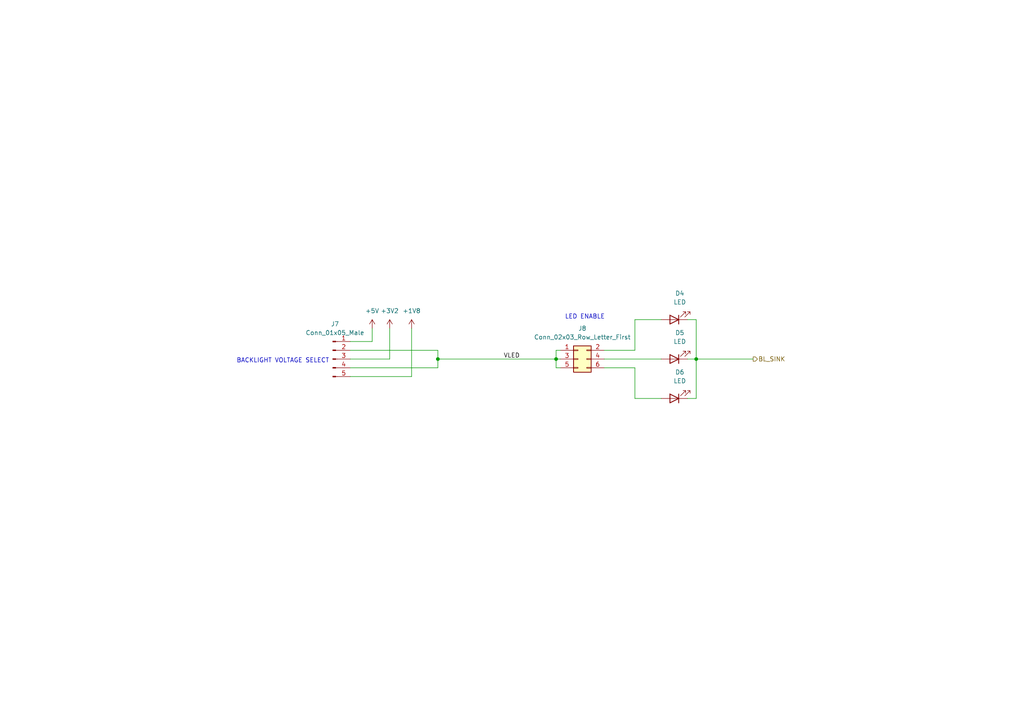
<source format=kicad_sch>
(kicad_sch (version 20211123) (generator eeschema)
  (paper "A4")
  (title_block (title "LCD Backlight") (rev "A") (company "Matthew Mirvish") (comment 1 "MWatch -- a cool smartwatch"))
  (lib_symbols
    (symbol "3v2:+3V2" (power) (pin_names (offset 0))
      (property "Value" "+3V2" (at 0 3.556 0))
      (symbol "+3V2_0_1"
        (polyline (pts (xy -0.762 1.27) (xy 0 2.54)))
        (polyline (pts (xy 0 0) (xy 0 2.54)))
        (polyline (pts (xy 0 2.54) (xy 0.762 1.27)))
      )
      (symbol "+3V2_1_1"
        (pin power_in line (at 0 0 90) (length 0) hide (name "+3V2") (number "1"))
      )
    )
    (symbol "Connector:Conn_01x05_Male" (pin_names (offset 1.016) hide)
      (property "Reference" "J" (at 0 7.62 0))
      (property "Value" "Conn_01x05_Male" (at 0 -7.62 0))
      (symbol "Conn_01x05_Male_1_1"
        (polyline (pts (xy 1.27 -5.08) (xy 0.8636 -5.08)) (stroke (width 0.1524)))
        (polyline (pts (xy 1.27 -2.54) (xy 0.8636 -2.54)) (stroke (width 0.1524)))
        (polyline (pts (xy 1.27 0) (xy 0.8636 0)) (stroke (width 0.1524)))
        (polyline (pts (xy 1.27 2.54) (xy 0.8636 2.54)) (stroke (width 0.1524)))
        (polyline (pts (xy 1.27 5.08) (xy 0.8636 5.08)) (stroke (width 0.1524)))
        (rectangle (start 0.8636 -4.953) (end 0 -5.207) (stroke (width 0.1524)) (fill (type outline)))
        (rectangle (start 0.8636 -2.413) (end 0 -2.667) (stroke (width 0.1524)) (fill (type outline)))
        (rectangle (start 0.8636 0.127) (end 0 -0.127) (stroke (width 0.1524)) (fill (type outline)))
        (rectangle (start 0.8636 2.667) (end 0 2.413) (stroke (width 0.1524)) (fill (type outline)))
        (rectangle (start 0.8636 5.207) (end 0 4.953) (stroke (width 0.1524)) (fill (type outline)))
        (pin passive line (at 5.08 5.08 180) (length 3.81) (name "Pin_1") (number "1"))
        (pin passive line (at 5.08 2.54 180) (length 3.81) (name "Pin_2") (number "2"))
        (pin passive line (at 5.08 0 180) (length 3.81) (name "Pin_3") (number "3"))
        (pin passive line (at 5.08 -2.54 180) (length 3.81) (name "Pin_4") (number "4"))
        (pin passive line (at 5.08 -5.08 180) (length 3.81) (name "Pin_5") (number "5"))
      )
    )
    (symbol "Connector_Generic:Conn_02x03_Odd_Even" (pin_names (offset 1.016) hide)
      (property "Reference" "J" (at 1.27 5.08 0))
      (property "Value" "Conn_02x03_Odd_Even" (at 1.27 -5.08 0))
      (symbol "Conn_02x03_Odd_Even_1_1"
        (rectangle (start -1.27 -2.413) (end 0 -2.667) (stroke (width 0.1524)))
        (rectangle (start -1.27 0.127) (end 0 -0.127) (stroke (width 0.1524)))
        (rectangle (start -1.27 2.667) (end 0 2.413) (stroke (width 0.1524)))
        (rectangle (start -1.27 3.81) (end 3.81 -3.81) (stroke (width 0.254)) (fill (type background)))
        (rectangle (start 3.81 -2.413) (end 2.54 -2.667) (stroke (width 0.1524)))
        (rectangle (start 3.81 0.127) (end 2.54 -0.127) (stroke (width 0.1524)))
        (rectangle (start 3.81 2.667) (end 2.54 2.413) (stroke (width 0.1524)))
        (pin passive line (at -5.08 2.54 0) (length 3.81) (name "Pin_1") (number "1"))
        (pin passive line (at 7.62 2.54 180) (length 3.81) (name "Pin_2") (number "2"))
        (pin passive line (at -5.08 0 0) (length 3.81) (name "Pin_3") (number "3"))
        (pin passive line (at 7.62 0 180) (length 3.81) (name "Pin_4") (number "4"))
        (pin passive line (at -5.08 -2.54 0) (length 3.81) (name "Pin_5") (number "5"))
        (pin passive line (at 7.62 -2.54 180) (length 3.81) (name "Pin_6") (number "6"))
      )
    )
    (symbol "Device:LED" (pin_numbers hide) (pin_names (offset 1.016) hide)
      (property "Reference" "D" (at 0 2.54 0))
      (property "Value" "LED" (at 0 -2.54 0))
      (symbol "LED_0_1"
        (polyline (pts (xy -1.27 -1.27) (xy -1.27 1.27)) (stroke (width 0.254)))
        (polyline (pts (xy -1.27 0) (xy 1.27 0)))
        (polyline (pts (xy 1.27 -1.27) (xy 1.27 1.27) (xy -1.27 0) (xy 1.27 -1.27)) (stroke (width 0.254)))
        (polyline (pts (xy -3.048 -0.762) (xy -4.572 -2.286) (xy -3.81 -2.286) (xy -4.572 -2.286) (xy -4.572 -1.524)))
        (polyline (pts (xy -1.778 -0.762) (xy -3.302 -2.286) (xy -2.54 -2.286) (xy -3.302 -2.286) (xy -3.302 -1.524)))
      )
      (symbol "LED_1_1"
        (pin passive line (at -3.81 0 0) (length 2.54) (name "K") (number "1"))
        (pin passive line (at 3.81 0 180) (length 2.54) (name "A") (number "2"))
      )
    )
    (symbol "power:+1V8" (power) (pin_names (offset 0))
      (property "Value" "+1V8" (at 0 3.556 0))
      (symbol "+1V8_0_1"
        (polyline (pts (xy -0.762 1.27) (xy 0 2.54)))
        (polyline (pts (xy 0 0) (xy 0 2.54)))
        (polyline (pts (xy 0 2.54) (xy 0.762 1.27)))
      )
      (symbol "+1V8_1_1"
        (pin power_in line (at 0 0 90) (length 0) hide (name "+1V8") (number "1"))
      )
    )
    (symbol "power:+5V" (power) (pin_names (offset 0))
      (property "Value" "+5V" (at 0 3.556 0))
      (symbol "+5V_0_1"
        (polyline (pts (xy -0.762 1.27) (xy 0 2.54)))
        (polyline (pts (xy 0 0) (xy 0 2.54)))
        (polyline (pts (xy 0 2.54) (xy 0.762 1.27)))
      )
      (symbol "+5V_1_1"
        (pin power_in line (at 0 0 90) (length 0) hide (name "+5V") (number "1"))
      )
    )
  )
  (junction (at 127 104.14))
  (junction (at 161.29 104.14))
  (junction (at 201.93 104.14))
  (wire (pts (xy 113.03 104.14) (xy 113.03 95.25)))
  (wire (pts (xy 175.26 101.6) (xy 184.15 101.6)))
  (wire (pts (xy 161.29 104.14) (xy 162.56 104.14)))
  (wire (pts (xy 184.15 101.6) (xy 184.15 92.71)))
  (wire (pts (xy 162.56 106.68) (xy 161.29 106.68)))
  (wire (pts (xy 199.39 92.71) (xy 201.93 92.71)))
  (wire (pts (xy 161.29 101.6) (xy 162.56 101.6)))
  (wire (pts (xy 101.6 109.22) (xy 119.38 109.22)))
  (wire (pts (xy 127 104.14) (xy 127 106.68)))
  (wire (pts (xy 175.26 106.68) (xy 184.15 106.68)))
  (wire (pts (xy 201.93 104.14) (xy 218.44 104.14)))
  (wire (pts (xy 184.15 115.57) (xy 191.77 115.57)))
  (wire (pts (xy 101.6 101.6) (xy 127 101.6)))
  (wire (pts (xy 101.6 104.14) (xy 113.03 104.14)))
  (wire (pts (xy 184.15 92.71) (xy 191.77 92.71)))
  (wire (pts (xy 199.39 104.14) (xy 201.93 104.14)))
  (wire (pts (xy 201.93 104.14) (xy 201.93 115.57)))
  (wire (pts (xy 175.26 104.14) (xy 191.77 104.14)))
  (wire (pts (xy 161.29 106.68) (xy 161.29 104.14)))
  (wire (pts (xy 107.95 99.06) (xy 107.95 95.25)))
  (wire (pts (xy 201.93 115.57) (xy 199.39 115.57)))
  (wire (pts (xy 127 101.6) (xy 127 104.14)))
  (wire (pts (xy 184.15 106.68) (xy 184.15 115.57)))
  (wire (pts (xy 119.38 109.22) (xy 119.38 95.25)))
  (wire (pts (xy 201.93 92.71) (xy 201.93 104.14)))
  (wire (pts (xy 127 104.14) (xy 161.29 104.14)))
  (wire (pts (xy 127 106.68) (xy 101.6 106.68)))
  (wire (pts (xy 101.6 99.06) (xy 107.95 99.06)))
  (wire (pts (xy 161.29 104.14) (xy 161.29 101.6)))
  (text "LED ENABLE" (at 163.83 92.71 0) (effects (font (size 1.27 1.27)) (justify left bottom)))
  (text "BACKLIGHT VOLTAGE SELECT" (at 68.58 105.41 0) (effects (font (size 1.27 1.27)) (justify left bottom)))
  (label "VLED" (at 146.05 104.14 0))
  (hierarchical_label "BL_SINK" (shape output) (at 218.44 104.14 0))
  (symbol (lib_id "power:+5V") (at 107.95 95.25 0) (unit 1)
    (property "Reference" "#PWR030" (effects hide))
    (property "Value" "+5V" (at 107.95 90.17 0))
  )
  (symbol (lib_id "power:+1V8") (at 119.38 95.25 0) (unit 1)
    (property "Reference" "#PWR032" (effects hide))
    (property "Value" "+1V8" (at 119.38 90.17 0))
  )
  (symbol (lib_id "Connector:Conn_01x05_Male") (at 96.52 104.14 0) (unit 1)
    (property "Reference" "J7" (at 97.155 93.98 0))
    (property "Value" "Conn_01x05_Male" (at 97.155 96.52 0))
    (property "Footprint" "Connector_PinHeader_2.54mm:PinHeader_1x05_P2.54mm_Vertical" (effects hide))
    (property "Description" "CONN HEADER VERT 5POS 2.54MM" (effects hide))
  )
  (symbol (lib_id "Device:LED") (at 195.58 92.71 180) (unit 1)
    (property "Reference" "D4" (at 197.1675 85.09 0))
    (property "Value" "LED" (at 197.1675 87.63 0))
    (property "Footprint" "LED_SMD:LED_0603_1608Metric" (effects hide))
    (property "Description" "LED WHITE CLEAR CHIP SMD 5mA 3.2V 0603" (effects hide))
    (property "MPN" "BZ-C0603-C2-E1 " (effects hide))
  )
  (symbol (lib_id "Connector_Generic:Conn_02x03_Odd_Even") (at 167.64 104.14 0) (unit 1)
    (property "Reference" "J8" (at 168.91 95.25 0))
    (property "Value" "Conn_02x03_Row_Letter_First" (at 168.91 97.79 0))
    (property "Footprint" "Connector_PinHeader_2.54mm:PinHeader_2x03_P2.54mm_Vertical" (effects hide))
    (property "Description" "CONN HEADER VERT 2x03POS 2.54MM" (effects hide))
  )
  (symbol (lib_id "Device:LED") (at 195.58 104.14 180) (unit 1)
    (property "Reference" "D5" (at 197.1675 96.52 0))
    (property "Value" "LED" (at 197.1675 99.06 0))
    (property "Footprint" "LED_SMD:LED_0603_1608Metric" (effects hide))
    (property "Description" "LED WHITE CLEAR CHIP SMD 5mA 3.2V 0603" (effects hide))
    (property "MPN" "BZ-C0603-C2-E1 " (effects hide))
  )
  (symbol (lib_id "Device:LED") (at 195.58 115.57 180) (unit 1)
    (property "Reference" "D6" (at 197.1675 107.95 0))
    (property "Value" "LED" (at 197.1675 110.49 0))
    (property "Footprint" "LED_SMD:LED_0603_1608Metric" (effects hide))
    (property "Description" "LED WHITE CLEAR CHIP SMD 5mA 3.2V 0603" (effects hide))
    (property "MPN" "BZ-C0603-C2-E1 " (effects hide))
  )
  (symbol (lib_id "3v2:+3V2") (at 113.03 95.25 0) (unit 1)
    (property "Reference" "#PWR031" (effects hide))
    (property "Value" "+3V2" (at 113.03 90.17 0))
  )
)
</source>
